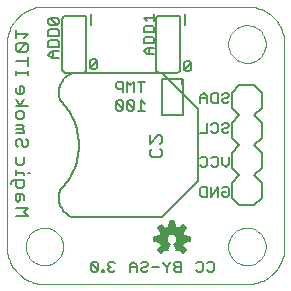
<source format=gbo>
G75*
G70*
%OFA0B0*%
%FSLAX24Y24*%
%IPPOS*%
%LPD*%
%AMOC8*
5,1,8,0,0,1.08239X$1,22.5*
%
%ADD10C,0.0000*%
%ADD11C,0.0060*%
%ADD12C,0.0080*%
%ADD13C,0.0059*%
%ADD14C,0.0050*%
%ADD15R,0.0100X0.0200*%
D10*
X000680Y001930D02*
X000680Y008680D01*
X000682Y008748D01*
X000687Y008815D01*
X000696Y008882D01*
X000709Y008949D01*
X000726Y009014D01*
X000745Y009079D01*
X000769Y009143D01*
X000796Y009205D01*
X000826Y009266D01*
X000859Y009324D01*
X000895Y009381D01*
X000935Y009436D01*
X000977Y009489D01*
X001023Y009540D01*
X001070Y009587D01*
X001121Y009633D01*
X001174Y009675D01*
X001229Y009715D01*
X001286Y009751D01*
X001344Y009784D01*
X001405Y009814D01*
X001467Y009841D01*
X001531Y009865D01*
X001596Y009884D01*
X001661Y009901D01*
X001728Y009914D01*
X001795Y009923D01*
X001862Y009928D01*
X001930Y009930D01*
X008680Y009930D01*
X008748Y009928D01*
X008815Y009923D01*
X008882Y009914D01*
X008949Y009901D01*
X009014Y009884D01*
X009079Y009865D01*
X009143Y009841D01*
X009205Y009814D01*
X009266Y009784D01*
X009324Y009751D01*
X009381Y009715D01*
X009436Y009675D01*
X009489Y009633D01*
X009540Y009587D01*
X009587Y009540D01*
X009633Y009489D01*
X009675Y009436D01*
X009715Y009381D01*
X009751Y009324D01*
X009784Y009266D01*
X009814Y009205D01*
X009841Y009143D01*
X009865Y009079D01*
X009884Y009014D01*
X009901Y008949D01*
X009914Y008882D01*
X009923Y008815D01*
X009928Y008748D01*
X009930Y008680D01*
X009930Y001930D01*
X009928Y001862D01*
X009923Y001795D01*
X009914Y001728D01*
X009901Y001661D01*
X009884Y001596D01*
X009865Y001531D01*
X009841Y001467D01*
X009814Y001405D01*
X009784Y001344D01*
X009751Y001286D01*
X009715Y001229D01*
X009675Y001174D01*
X009633Y001121D01*
X009587Y001070D01*
X009540Y001023D01*
X009489Y000977D01*
X009436Y000935D01*
X009381Y000895D01*
X009324Y000859D01*
X009266Y000826D01*
X009205Y000796D01*
X009143Y000769D01*
X009079Y000745D01*
X009014Y000726D01*
X008949Y000709D01*
X008882Y000696D01*
X008815Y000687D01*
X008748Y000682D01*
X008680Y000680D01*
X001930Y000680D01*
X001862Y000682D01*
X001795Y000687D01*
X001728Y000696D01*
X001661Y000709D01*
X001596Y000726D01*
X001531Y000745D01*
X001467Y000769D01*
X001405Y000796D01*
X001344Y000826D01*
X001286Y000859D01*
X001229Y000895D01*
X001174Y000935D01*
X001121Y000977D01*
X001070Y001023D01*
X001023Y001070D01*
X000977Y001121D01*
X000935Y001174D01*
X000895Y001229D01*
X000859Y001286D01*
X000826Y001344D01*
X000796Y001405D01*
X000769Y001467D01*
X000745Y001531D01*
X000726Y001596D01*
X000709Y001661D01*
X000696Y001728D01*
X000687Y001795D01*
X000682Y001862D01*
X000680Y001930D01*
X001305Y001930D02*
X001307Y001980D01*
X001313Y002029D01*
X001323Y002078D01*
X001336Y002125D01*
X001354Y002172D01*
X001375Y002217D01*
X001399Y002260D01*
X001427Y002301D01*
X001458Y002340D01*
X001492Y002376D01*
X001529Y002410D01*
X001569Y002440D01*
X001610Y002467D01*
X001654Y002491D01*
X001699Y002511D01*
X001746Y002527D01*
X001794Y002540D01*
X001843Y002549D01*
X001893Y002554D01*
X001942Y002555D01*
X001992Y002552D01*
X002041Y002545D01*
X002090Y002534D01*
X002137Y002520D01*
X002183Y002501D01*
X002228Y002479D01*
X002271Y002454D01*
X002311Y002425D01*
X002349Y002393D01*
X002385Y002359D01*
X002418Y002321D01*
X002447Y002281D01*
X002473Y002239D01*
X002496Y002195D01*
X002515Y002149D01*
X002531Y002102D01*
X002543Y002053D01*
X002551Y002004D01*
X002555Y001955D01*
X002555Y001905D01*
X002551Y001856D01*
X002543Y001807D01*
X002531Y001758D01*
X002515Y001711D01*
X002496Y001665D01*
X002473Y001621D01*
X002447Y001579D01*
X002418Y001539D01*
X002385Y001501D01*
X002349Y001467D01*
X002311Y001435D01*
X002271Y001406D01*
X002228Y001381D01*
X002183Y001359D01*
X002137Y001340D01*
X002090Y001326D01*
X002041Y001315D01*
X001992Y001308D01*
X001942Y001305D01*
X001893Y001306D01*
X001843Y001311D01*
X001794Y001320D01*
X001746Y001333D01*
X001699Y001349D01*
X001654Y001369D01*
X001610Y001393D01*
X001569Y001420D01*
X001529Y001450D01*
X001492Y001484D01*
X001458Y001520D01*
X001427Y001559D01*
X001399Y001600D01*
X001375Y001643D01*
X001354Y001688D01*
X001336Y001735D01*
X001323Y001782D01*
X001313Y001831D01*
X001307Y001880D01*
X001305Y001930D01*
X008055Y001930D02*
X008057Y001980D01*
X008063Y002029D01*
X008073Y002078D01*
X008086Y002125D01*
X008104Y002172D01*
X008125Y002217D01*
X008149Y002260D01*
X008177Y002301D01*
X008208Y002340D01*
X008242Y002376D01*
X008279Y002410D01*
X008319Y002440D01*
X008360Y002467D01*
X008404Y002491D01*
X008449Y002511D01*
X008496Y002527D01*
X008544Y002540D01*
X008593Y002549D01*
X008643Y002554D01*
X008692Y002555D01*
X008742Y002552D01*
X008791Y002545D01*
X008840Y002534D01*
X008887Y002520D01*
X008933Y002501D01*
X008978Y002479D01*
X009021Y002454D01*
X009061Y002425D01*
X009099Y002393D01*
X009135Y002359D01*
X009168Y002321D01*
X009197Y002281D01*
X009223Y002239D01*
X009246Y002195D01*
X009265Y002149D01*
X009281Y002102D01*
X009293Y002053D01*
X009301Y002004D01*
X009305Y001955D01*
X009305Y001905D01*
X009301Y001856D01*
X009293Y001807D01*
X009281Y001758D01*
X009265Y001711D01*
X009246Y001665D01*
X009223Y001621D01*
X009197Y001579D01*
X009168Y001539D01*
X009135Y001501D01*
X009099Y001467D01*
X009061Y001435D01*
X009021Y001406D01*
X008978Y001381D01*
X008933Y001359D01*
X008887Y001340D01*
X008840Y001326D01*
X008791Y001315D01*
X008742Y001308D01*
X008692Y001305D01*
X008643Y001306D01*
X008593Y001311D01*
X008544Y001320D01*
X008496Y001333D01*
X008449Y001349D01*
X008404Y001369D01*
X008360Y001393D01*
X008319Y001420D01*
X008279Y001450D01*
X008242Y001484D01*
X008208Y001520D01*
X008177Y001559D01*
X008149Y001600D01*
X008125Y001643D01*
X008104Y001688D01*
X008086Y001735D01*
X008073Y001782D01*
X008063Y001831D01*
X008057Y001880D01*
X008055Y001930D01*
X008055Y008680D02*
X008057Y008730D01*
X008063Y008779D01*
X008073Y008828D01*
X008086Y008875D01*
X008104Y008922D01*
X008125Y008967D01*
X008149Y009010D01*
X008177Y009051D01*
X008208Y009090D01*
X008242Y009126D01*
X008279Y009160D01*
X008319Y009190D01*
X008360Y009217D01*
X008404Y009241D01*
X008449Y009261D01*
X008496Y009277D01*
X008544Y009290D01*
X008593Y009299D01*
X008643Y009304D01*
X008692Y009305D01*
X008742Y009302D01*
X008791Y009295D01*
X008840Y009284D01*
X008887Y009270D01*
X008933Y009251D01*
X008978Y009229D01*
X009021Y009204D01*
X009061Y009175D01*
X009099Y009143D01*
X009135Y009109D01*
X009168Y009071D01*
X009197Y009031D01*
X009223Y008989D01*
X009246Y008945D01*
X009265Y008899D01*
X009281Y008852D01*
X009293Y008803D01*
X009301Y008754D01*
X009305Y008705D01*
X009305Y008655D01*
X009301Y008606D01*
X009293Y008557D01*
X009281Y008508D01*
X009265Y008461D01*
X009246Y008415D01*
X009223Y008371D01*
X009197Y008329D01*
X009168Y008289D01*
X009135Y008251D01*
X009099Y008217D01*
X009061Y008185D01*
X009021Y008156D01*
X008978Y008131D01*
X008933Y008109D01*
X008887Y008090D01*
X008840Y008076D01*
X008791Y008065D01*
X008742Y008058D01*
X008692Y008055D01*
X008643Y008056D01*
X008593Y008061D01*
X008544Y008070D01*
X008496Y008083D01*
X008449Y008099D01*
X008404Y008119D01*
X008360Y008143D01*
X008319Y008170D01*
X008279Y008200D01*
X008242Y008234D01*
X008208Y008270D01*
X008177Y008309D01*
X008149Y008350D01*
X008125Y008393D01*
X008104Y008438D01*
X008086Y008485D01*
X008073Y008532D01*
X008063Y008581D01*
X008057Y008630D01*
X008055Y008680D01*
D11*
X006812Y008056D02*
X006812Y007829D01*
X006755Y007773D01*
X006642Y007773D01*
X006585Y007829D01*
X006812Y008056D01*
X006755Y008113D01*
X006642Y008113D01*
X006585Y008056D01*
X006585Y007829D01*
X006455Y007830D02*
X006455Y009530D01*
X006453Y009547D01*
X006449Y009564D01*
X006442Y009580D01*
X006432Y009594D01*
X006419Y009607D01*
X006405Y009617D01*
X006389Y009624D01*
X006372Y009628D01*
X006355Y009630D01*
X005755Y009630D01*
X005738Y009628D01*
X005721Y009624D01*
X005705Y009617D01*
X005691Y009607D01*
X005678Y009594D01*
X005668Y009580D01*
X005661Y009564D01*
X005657Y009547D01*
X005655Y009530D01*
X005655Y007830D01*
X005657Y007813D01*
X005661Y007796D01*
X005668Y007780D01*
X005678Y007766D01*
X005691Y007753D01*
X005705Y007743D01*
X005721Y007736D01*
X005738Y007732D01*
X005755Y007730D01*
X006355Y007730D01*
X006372Y007732D01*
X006389Y007736D01*
X006405Y007743D01*
X006419Y007753D01*
X006432Y007766D01*
X006442Y007780D01*
X006449Y007796D01*
X006453Y007813D01*
X006455Y007830D01*
X005588Y008335D02*
X005361Y008335D01*
X005247Y008448D01*
X005361Y008562D01*
X005588Y008562D01*
X005417Y008562D02*
X005417Y008335D01*
X005247Y008703D02*
X005247Y008873D01*
X005304Y008930D01*
X005531Y008930D01*
X005588Y008873D01*
X005588Y008703D01*
X005247Y008703D01*
X005247Y009072D02*
X005247Y009242D01*
X005304Y009298D01*
X005531Y009298D01*
X005588Y009242D01*
X005588Y009072D01*
X005247Y009072D01*
X005361Y009440D02*
X005247Y009553D01*
X005588Y009553D01*
X005588Y009440D02*
X005588Y009667D01*
X003687Y008119D02*
X003687Y007892D01*
X003630Y007835D01*
X003517Y007835D01*
X003460Y007892D01*
X003687Y008119D01*
X003630Y008175D01*
X003517Y008175D01*
X003460Y008119D01*
X003460Y007892D01*
X003330Y007830D02*
X003330Y009530D01*
X003328Y009547D01*
X003324Y009564D01*
X003317Y009580D01*
X003307Y009594D01*
X003294Y009607D01*
X003280Y009617D01*
X003264Y009624D01*
X003247Y009628D01*
X003230Y009630D01*
X002630Y009630D01*
X002613Y009628D01*
X002596Y009624D01*
X002580Y009617D01*
X002566Y009607D01*
X002553Y009594D01*
X002543Y009580D01*
X002536Y009564D01*
X002532Y009547D01*
X002530Y009530D01*
X002530Y007830D01*
X002532Y007813D01*
X002536Y007796D01*
X002543Y007780D01*
X002553Y007766D01*
X002566Y007753D01*
X002580Y007743D01*
X002596Y007736D01*
X002613Y007732D01*
X002630Y007730D01*
X003230Y007730D01*
X003247Y007732D01*
X003264Y007736D01*
X003280Y007743D01*
X003294Y007753D01*
X003307Y007766D01*
X003317Y007780D01*
X003324Y007796D01*
X003328Y007813D01*
X003330Y007830D01*
X002400Y008210D02*
X002173Y008210D01*
X002060Y008323D01*
X002173Y008437D01*
X002400Y008437D01*
X002400Y008578D02*
X002400Y008748D01*
X002343Y008805D01*
X002116Y008805D01*
X002060Y008748D01*
X002060Y008578D01*
X002400Y008578D01*
X002230Y008437D02*
X002230Y008210D01*
X002060Y008947D02*
X002400Y008947D01*
X002400Y009117D01*
X002343Y009173D01*
X002116Y009173D01*
X002060Y009117D01*
X002060Y008947D01*
X002116Y009315D02*
X002060Y009372D01*
X002060Y009485D01*
X002116Y009542D01*
X002343Y009315D01*
X002400Y009372D01*
X002400Y009485D01*
X002343Y009542D01*
X002116Y009542D01*
X002116Y009315D02*
X002343Y009315D01*
X004312Y007369D02*
X004312Y007255D01*
X004368Y007198D01*
X004538Y007198D01*
X004538Y007085D02*
X004538Y007425D01*
X004368Y007425D01*
X004312Y007369D01*
X004680Y007425D02*
X004680Y007085D01*
X004907Y007085D02*
X004907Y007425D01*
X004793Y007312D01*
X004680Y007425D01*
X005048Y007425D02*
X005275Y007425D01*
X005162Y007425D02*
X005162Y007085D01*
X005162Y006800D02*
X005162Y006460D01*
X005275Y006460D02*
X005048Y006460D01*
X004907Y006517D02*
X004680Y006744D01*
X004680Y006517D01*
X004737Y006460D01*
X004850Y006460D01*
X004907Y006517D01*
X004907Y006744D01*
X004850Y006800D01*
X004737Y006800D01*
X004680Y006744D01*
X004538Y006744D02*
X004538Y006517D01*
X004312Y006744D01*
X004312Y006517D01*
X004368Y006460D01*
X004482Y006460D01*
X004538Y006517D01*
X004538Y006744D02*
X004482Y006800D01*
X004368Y006800D01*
X004312Y006744D01*
X005162Y006800D02*
X005275Y006687D01*
X007124Y006710D02*
X007124Y006937D01*
X007237Y007050D01*
X007351Y006937D01*
X007351Y006710D01*
X007492Y006767D02*
X007492Y006994D01*
X007549Y007050D01*
X007719Y007050D01*
X007719Y006710D01*
X007549Y006710D01*
X007492Y006767D01*
X007351Y006880D02*
X007124Y006880D01*
X007861Y006823D02*
X007861Y006767D01*
X007917Y006710D01*
X008031Y006710D01*
X008088Y006767D01*
X008031Y006880D02*
X007917Y006880D01*
X007861Y006823D01*
X007861Y006994D02*
X007917Y007050D01*
X008031Y007050D01*
X008088Y006994D01*
X008088Y006937D01*
X008031Y006880D01*
X008031Y006050D02*
X007917Y006050D01*
X007861Y005994D01*
X007917Y005880D02*
X007861Y005823D01*
X007861Y005767D01*
X007917Y005710D01*
X008031Y005710D01*
X008088Y005767D01*
X008031Y005880D02*
X007917Y005880D01*
X008031Y005880D02*
X008088Y005937D01*
X008088Y005994D01*
X008031Y006050D01*
X007719Y005994D02*
X007719Y005767D01*
X007662Y005710D01*
X007549Y005710D01*
X007492Y005767D01*
X007351Y005710D02*
X007124Y005710D01*
X007351Y005710D02*
X007351Y006050D01*
X007492Y005994D02*
X007549Y006050D01*
X007662Y006050D01*
X007719Y005994D01*
X007662Y004925D02*
X007549Y004925D01*
X007492Y004869D01*
X007351Y004869D02*
X007351Y004642D01*
X007294Y004585D01*
X007181Y004585D01*
X007124Y004642D01*
X007124Y004869D02*
X007181Y004925D01*
X007294Y004925D01*
X007351Y004869D01*
X007492Y004642D02*
X007549Y004585D01*
X007662Y004585D01*
X007719Y004642D01*
X007719Y004869D01*
X007662Y004925D01*
X007861Y004925D02*
X007861Y004698D01*
X007974Y004585D01*
X008088Y004698D01*
X008088Y004925D01*
X008031Y003925D02*
X007917Y003925D01*
X007861Y003869D01*
X007861Y003755D02*
X007974Y003755D01*
X007861Y003755D02*
X007861Y003642D01*
X007917Y003585D01*
X008031Y003585D01*
X008088Y003642D01*
X008088Y003869D01*
X008031Y003925D01*
X007719Y003925D02*
X007719Y003585D01*
X007492Y003585D02*
X007492Y003925D01*
X007351Y003925D02*
X007181Y003925D01*
X007124Y003869D01*
X007124Y003642D01*
X007181Y003585D01*
X007351Y003585D01*
X007351Y003925D01*
X007719Y003925D02*
X007492Y003585D01*
X007531Y001425D02*
X007417Y001425D01*
X007361Y001369D01*
X007219Y001369D02*
X007219Y001142D01*
X007162Y001085D01*
X007049Y001085D01*
X006992Y001142D01*
X006992Y001369D02*
X007049Y001425D01*
X007162Y001425D01*
X007219Y001369D01*
X007361Y001142D02*
X007417Y001085D01*
X007531Y001085D01*
X007588Y001142D01*
X007588Y001369D01*
X007531Y001425D01*
X006483Y001425D02*
X006483Y001085D01*
X006312Y001085D01*
X006256Y001142D01*
X006256Y001198D01*
X006312Y001255D01*
X006483Y001255D01*
X006483Y001425D02*
X006312Y001425D01*
X006256Y001369D01*
X006256Y001312D01*
X006312Y001255D01*
X006114Y001369D02*
X006114Y001425D01*
X006114Y001369D02*
X006001Y001255D01*
X006001Y001085D01*
X006001Y001255D02*
X005887Y001369D01*
X005887Y001425D01*
X005746Y001255D02*
X005519Y001255D01*
X005378Y001312D02*
X005321Y001255D01*
X005207Y001255D01*
X005151Y001198D01*
X005151Y001142D01*
X005207Y001085D01*
X005321Y001085D01*
X005378Y001142D01*
X005378Y001312D02*
X005378Y001369D01*
X005321Y001425D01*
X005207Y001425D01*
X005151Y001369D01*
X005009Y001312D02*
X004896Y001425D01*
X004782Y001312D01*
X004782Y001085D01*
X004782Y001255D02*
X005009Y001255D01*
X005009Y001312D02*
X005009Y001085D01*
X004273Y001142D02*
X004216Y001085D01*
X004103Y001085D01*
X004046Y001142D01*
X004046Y001198D01*
X004103Y001255D01*
X004159Y001255D01*
X004103Y001255D02*
X004046Y001312D01*
X004046Y001369D01*
X004103Y001425D01*
X004216Y001425D01*
X004273Y001369D01*
X003904Y001142D02*
X003848Y001142D01*
X003848Y001085D01*
X003904Y001085D01*
X003904Y001142D01*
X003720Y001142D02*
X003493Y001369D01*
X003493Y001142D01*
X003550Y001085D01*
X003663Y001085D01*
X003720Y001142D01*
X003720Y001369D01*
X003663Y001425D01*
X003550Y001425D01*
X003493Y001369D01*
D12*
X001390Y002946D02*
X001250Y003087D01*
X001390Y003227D01*
X000970Y003227D01*
X001040Y003407D02*
X001110Y003477D01*
X001110Y003687D01*
X001180Y003687D02*
X000970Y003687D01*
X000970Y003477D01*
X001040Y003407D01*
X001250Y003477D02*
X001250Y003617D01*
X001180Y003687D01*
X001180Y003867D02*
X001040Y003867D01*
X000970Y003937D01*
X000970Y004148D01*
X000900Y004148D02*
X001250Y004148D01*
X001250Y003937D01*
X001180Y003867D01*
X000900Y004148D02*
X000830Y004077D01*
X000830Y004007D01*
X000970Y004328D02*
X000970Y004468D01*
X000970Y004398D02*
X001250Y004398D01*
X001250Y004328D01*
X001390Y004398D02*
X001460Y004398D01*
X001180Y004635D02*
X001040Y004635D01*
X000970Y004705D01*
X000970Y004915D01*
X001250Y004915D02*
X001250Y004705D01*
X001180Y004635D01*
X001250Y005245D02*
X001180Y005315D01*
X001180Y005455D01*
X001110Y005525D01*
X001040Y005525D01*
X000970Y005455D01*
X000970Y005315D01*
X001040Y005245D01*
X001250Y005245D02*
X001320Y005245D01*
X001390Y005315D01*
X001390Y005455D01*
X001320Y005525D01*
X001250Y005705D02*
X001250Y005775D01*
X001180Y005845D01*
X001250Y005915D01*
X001180Y005985D01*
X000970Y005985D01*
X000970Y005845D02*
X001180Y005845D01*
X001250Y005705D02*
X000970Y005705D01*
X001040Y006166D02*
X000970Y006236D01*
X000970Y006376D01*
X001040Y006446D01*
X001180Y006446D01*
X001250Y006376D01*
X001250Y006236D01*
X001180Y006166D01*
X001040Y006166D01*
X000970Y006626D02*
X001390Y006626D01*
X001250Y006836D02*
X001110Y006626D01*
X000970Y006836D01*
X001040Y007010D02*
X001180Y007010D01*
X001250Y007080D01*
X001250Y007220D01*
X001180Y007290D01*
X001110Y007290D01*
X001110Y007010D01*
X001040Y007010D02*
X000970Y007080D01*
X000970Y007220D01*
X000970Y007657D02*
X000970Y007797D01*
X000970Y007727D02*
X001390Y007727D01*
X001390Y007657D02*
X001390Y007797D01*
X001390Y007964D02*
X001390Y008244D01*
X001390Y008104D02*
X000970Y008104D01*
X001040Y008424D02*
X001320Y008704D01*
X001040Y008704D01*
X000970Y008634D01*
X000970Y008494D01*
X001040Y008424D01*
X001320Y008424D01*
X001390Y008494D01*
X001390Y008634D01*
X001320Y008704D01*
X001250Y008885D02*
X001390Y009025D01*
X000970Y009025D01*
X000970Y008885D02*
X000970Y009165D01*
X003493Y009305D02*
X003493Y009680D01*
X006618Y009680D02*
X006618Y009305D01*
X008430Y007305D02*
X008930Y007305D01*
X009180Y007055D01*
X009180Y006555D01*
X008930Y006305D01*
X009180Y006055D01*
X009180Y005555D01*
X008930Y005305D01*
X009180Y005055D01*
X009180Y004555D01*
X008930Y004305D01*
X009180Y004055D01*
X009180Y003555D01*
X008930Y003305D01*
X008430Y003305D01*
X008180Y003555D01*
X008180Y004055D01*
X008430Y004305D01*
X008180Y004555D01*
X008180Y005055D01*
X008430Y005305D01*
X008180Y005555D01*
X008180Y006055D01*
X008430Y006305D01*
X008180Y006555D01*
X008180Y007055D01*
X008430Y007305D01*
X005865Y005570D02*
X005865Y005430D01*
X005795Y005360D01*
X005795Y005179D02*
X005865Y005109D01*
X005865Y004969D01*
X005795Y004899D01*
X005515Y004899D01*
X005445Y004969D01*
X005445Y005109D01*
X005515Y005179D01*
X005445Y005360D02*
X005725Y005640D01*
X005795Y005640D01*
X005865Y005570D01*
X005445Y005640D02*
X005445Y005360D01*
X001390Y002946D02*
X000970Y002946D01*
D13*
X005594Y002252D02*
X005594Y002108D01*
X005784Y002089D01*
X005805Y002025D01*
X005836Y001965D01*
X005715Y001816D01*
X005816Y001715D01*
X005965Y001836D01*
X006025Y001805D01*
X006109Y002009D01*
X006071Y002031D01*
X006039Y002061D01*
X005793Y002061D01*
X005816Y002004D02*
X006107Y002004D01*
X006083Y001946D02*
X005820Y001946D01*
X005774Y001889D02*
X006059Y001889D01*
X006035Y001831D02*
X005974Y001831D01*
X005959Y001831D02*
X005727Y001831D01*
X005758Y001774D02*
X005889Y001774D01*
X005818Y001716D02*
X005815Y001716D01*
X006039Y002061D02*
X006015Y002098D01*
X006000Y002140D01*
X005996Y002184D01*
X006002Y002228D01*
X006018Y002269D01*
X006044Y002305D01*
X006078Y002333D01*
X006117Y002353D01*
X006160Y002363D01*
X006204Y002363D01*
X006247Y002352D01*
X006286Y002331D01*
X006319Y002302D01*
X006344Y002265D01*
X006359Y002224D01*
X006365Y002180D01*
X006359Y002137D01*
X006344Y002096D01*
X006320Y002060D01*
X006288Y002031D01*
X006251Y002009D01*
X006335Y001805D01*
X006395Y001836D01*
X006544Y001715D01*
X006645Y001816D01*
X006524Y001965D01*
X006555Y002025D01*
X006576Y002089D01*
X006766Y002108D01*
X006766Y002252D01*
X006576Y002271D01*
X006555Y002335D01*
X006524Y002395D01*
X006645Y002544D01*
X006544Y002645D01*
X006395Y002524D01*
X006335Y002555D01*
X006271Y002576D01*
X006252Y002766D01*
X006108Y002766D01*
X006089Y002576D01*
X006025Y002555D01*
X005965Y002524D01*
X005816Y002645D01*
X005715Y002544D01*
X005836Y002395D01*
X005805Y002335D01*
X005784Y002271D01*
X005594Y002252D01*
X005594Y002234D02*
X006004Y002234D01*
X005996Y002176D02*
X005594Y002176D01*
X005594Y002119D02*
X006007Y002119D01*
X006035Y002292D02*
X005791Y002292D01*
X005812Y002349D02*
X006109Y002349D01*
X006252Y002349D02*
X006548Y002349D01*
X006534Y002407D02*
X005826Y002407D01*
X005779Y002464D02*
X006581Y002464D01*
X006628Y002522D02*
X005732Y002522D01*
X005750Y002579D02*
X005897Y002579D01*
X005827Y002637D02*
X005808Y002637D01*
X006095Y002637D02*
X006265Y002637D01*
X006259Y002694D02*
X006101Y002694D01*
X006107Y002752D02*
X006253Y002752D01*
X006271Y002579D02*
X006089Y002579D01*
X006326Y002292D02*
X006569Y002292D01*
X006766Y002234D02*
X006355Y002234D01*
X006364Y002176D02*
X006766Y002176D01*
X006766Y002119D02*
X006353Y002119D01*
X006321Y002061D02*
X006567Y002061D01*
X006544Y002004D02*
X006253Y002004D01*
X006277Y001946D02*
X006540Y001946D01*
X006586Y001889D02*
X006301Y001889D01*
X006325Y001831D02*
X006386Y001831D01*
X006401Y001831D02*
X006633Y001831D01*
X006602Y001774D02*
X006471Y001774D01*
X006542Y001716D02*
X006545Y001716D01*
X006610Y002579D02*
X006463Y002579D01*
X006533Y002637D02*
X006552Y002637D01*
D14*
X005855Y002905D02*
X007055Y004105D01*
X007055Y006505D01*
X005855Y007705D01*
X002855Y007705D01*
X002807Y007684D01*
X002761Y007660D01*
X002717Y007633D01*
X002675Y007602D01*
X002635Y007568D01*
X002598Y007532D01*
X002564Y007493D01*
X002533Y007451D01*
X002505Y007407D01*
X002480Y007361D01*
X002459Y007314D01*
X002441Y007265D01*
X002428Y007215D01*
X002417Y007163D01*
X002411Y007112D01*
X002409Y007060D01*
X002411Y007008D01*
X002416Y006956D01*
X002425Y006905D01*
X002439Y006854D01*
X002455Y006805D01*
X002524Y006732D01*
X002591Y006655D01*
X002653Y006576D01*
X002712Y006494D01*
X002766Y006409D01*
X002817Y006321D01*
X002863Y006232D01*
X002905Y006140D01*
X002942Y006046D01*
X002975Y005951D01*
X003004Y005854D01*
X003028Y005756D01*
X003047Y005657D01*
X003061Y005557D01*
X003071Y005456D01*
X003075Y005355D01*
X003075Y005255D01*
X003071Y005154D01*
X003061Y005053D01*
X003047Y004953D01*
X003028Y004854D01*
X003004Y004756D01*
X002975Y004659D01*
X002942Y004564D01*
X002905Y004470D01*
X002863Y004378D01*
X002817Y004289D01*
X002766Y004201D01*
X002712Y004116D01*
X002653Y004034D01*
X002591Y003955D01*
X002524Y003878D01*
X002455Y003805D01*
X002439Y003756D01*
X002425Y003705D01*
X002416Y003654D01*
X002411Y003602D01*
X002409Y003550D01*
X002411Y003498D01*
X002417Y003447D01*
X002428Y003395D01*
X002441Y003345D01*
X002459Y003296D01*
X002480Y003249D01*
X002505Y003203D01*
X002533Y003159D01*
X002564Y003117D01*
X002598Y003078D01*
X002635Y003042D01*
X002675Y003008D01*
X002717Y002977D01*
X002761Y002950D01*
X002807Y002926D01*
X002855Y002905D01*
X005855Y002905D01*
X005855Y006305D02*
X005855Y007505D01*
X006555Y007505D01*
X006555Y006305D01*
X005855Y006305D01*
D15*
X006505Y007405D03*
M02*

</source>
